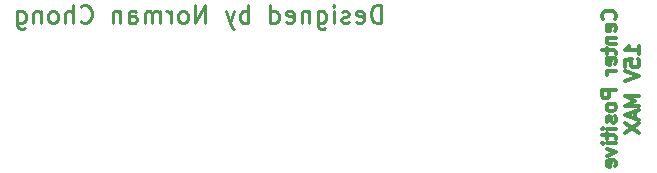
<source format=gbo>
%TF.GenerationSoftware,KiCad,Pcbnew,(after 2015-mar-04 BZR unknown)-product*%
%TF.CreationDate,2015-05-27T15:40:32-04:00*%
%TF.JobID,arduinoquad,61726475696E6F717561642E6B696361,rev?*%
%TF.FileFunction,Legend,Bot*%
%FSLAX46Y46*%
G04 Gerber Fmt 4.6, Leading zero omitted, Abs format (unit mm)*
G04 Created by KiCad (PCBNEW (after 2015-mar-04 BZR unknown)-product) date 27/05/2015 3:40:32 PM*
%MOMM*%
G01*
G04 APERTURE LIST*
%ADD10C,0.100000*%
%ADD11C,0.275000*%
%ADD12C,0.300000*%
G04 APERTURE END LIST*
D10*
D11*
X177642857Y-73428571D02*
X177642857Y-71928571D01*
X177285714Y-71928571D01*
X177071429Y-72000000D01*
X176928571Y-72142857D01*
X176857143Y-72285714D01*
X176785714Y-72571429D01*
X176785714Y-72785714D01*
X176857143Y-73071429D01*
X176928571Y-73214286D01*
X177071429Y-73357143D01*
X177285714Y-73428571D01*
X177642857Y-73428571D01*
X175571429Y-73357143D02*
X175714286Y-73428571D01*
X176000000Y-73428571D01*
X176142857Y-73357143D01*
X176214286Y-73214286D01*
X176214286Y-72642857D01*
X176142857Y-72500000D01*
X176000000Y-72428571D01*
X175714286Y-72428571D01*
X175571429Y-72500000D01*
X175500000Y-72642857D01*
X175500000Y-72785714D01*
X176214286Y-72928571D01*
X174928572Y-73357143D02*
X174785715Y-73428571D01*
X174500000Y-73428571D01*
X174357143Y-73357143D01*
X174285715Y-73214286D01*
X174285715Y-73142857D01*
X174357143Y-73000000D01*
X174500000Y-72928571D01*
X174714286Y-72928571D01*
X174857143Y-72857143D01*
X174928572Y-72714286D01*
X174928572Y-72642857D01*
X174857143Y-72500000D01*
X174714286Y-72428571D01*
X174500000Y-72428571D01*
X174357143Y-72500000D01*
X173642857Y-73428571D02*
X173642857Y-72428571D01*
X173642857Y-71928571D02*
X173714286Y-72000000D01*
X173642857Y-72071429D01*
X173571429Y-72000000D01*
X173642857Y-71928571D01*
X173642857Y-72071429D01*
X172285714Y-72428571D02*
X172285714Y-73642857D01*
X172357143Y-73785714D01*
X172428571Y-73857143D01*
X172571428Y-73928571D01*
X172785714Y-73928571D01*
X172928571Y-73857143D01*
X172285714Y-73357143D02*
X172428571Y-73428571D01*
X172714285Y-73428571D01*
X172857143Y-73357143D01*
X172928571Y-73285714D01*
X173000000Y-73142857D01*
X173000000Y-72714286D01*
X172928571Y-72571429D01*
X172857143Y-72500000D01*
X172714285Y-72428571D01*
X172428571Y-72428571D01*
X172285714Y-72500000D01*
X171571428Y-72428571D02*
X171571428Y-73428571D01*
X171571428Y-72571429D02*
X171500000Y-72500000D01*
X171357142Y-72428571D01*
X171142857Y-72428571D01*
X171000000Y-72500000D01*
X170928571Y-72642857D01*
X170928571Y-73428571D01*
X169642857Y-73357143D02*
X169785714Y-73428571D01*
X170071428Y-73428571D01*
X170214285Y-73357143D01*
X170285714Y-73214286D01*
X170285714Y-72642857D01*
X170214285Y-72500000D01*
X170071428Y-72428571D01*
X169785714Y-72428571D01*
X169642857Y-72500000D01*
X169571428Y-72642857D01*
X169571428Y-72785714D01*
X170285714Y-72928571D01*
X168285714Y-73428571D02*
X168285714Y-71928571D01*
X168285714Y-73357143D02*
X168428571Y-73428571D01*
X168714285Y-73428571D01*
X168857143Y-73357143D01*
X168928571Y-73285714D01*
X169000000Y-73142857D01*
X169000000Y-72714286D01*
X168928571Y-72571429D01*
X168857143Y-72500000D01*
X168714285Y-72428571D01*
X168428571Y-72428571D01*
X168285714Y-72500000D01*
X166428571Y-73428571D02*
X166428571Y-71928571D01*
X166428571Y-72500000D02*
X166285714Y-72428571D01*
X166000000Y-72428571D01*
X165857143Y-72500000D01*
X165785714Y-72571429D01*
X165714285Y-72714286D01*
X165714285Y-73142857D01*
X165785714Y-73285714D01*
X165857143Y-73357143D01*
X166000000Y-73428571D01*
X166285714Y-73428571D01*
X166428571Y-73357143D01*
X165214285Y-72428571D02*
X164857142Y-73428571D01*
X164500000Y-72428571D02*
X164857142Y-73428571D01*
X165000000Y-73785714D01*
X165071428Y-73857143D01*
X165214285Y-73928571D01*
X162785714Y-73428571D02*
X162785714Y-71928571D01*
X161928571Y-73428571D01*
X161928571Y-71928571D01*
X160999999Y-73428571D02*
X161142857Y-73357143D01*
X161214285Y-73285714D01*
X161285714Y-73142857D01*
X161285714Y-72714286D01*
X161214285Y-72571429D01*
X161142857Y-72500000D01*
X160999999Y-72428571D01*
X160785714Y-72428571D01*
X160642857Y-72500000D01*
X160571428Y-72571429D01*
X160499999Y-72714286D01*
X160499999Y-73142857D01*
X160571428Y-73285714D01*
X160642857Y-73357143D01*
X160785714Y-73428571D01*
X160999999Y-73428571D01*
X159857142Y-73428571D02*
X159857142Y-72428571D01*
X159857142Y-72714286D02*
X159785714Y-72571429D01*
X159714285Y-72500000D01*
X159571428Y-72428571D01*
X159428571Y-72428571D01*
X158928571Y-73428571D02*
X158928571Y-72428571D01*
X158928571Y-72571429D02*
X158857143Y-72500000D01*
X158714285Y-72428571D01*
X158500000Y-72428571D01*
X158357143Y-72500000D01*
X158285714Y-72642857D01*
X158285714Y-73428571D01*
X158285714Y-72642857D02*
X158214285Y-72500000D01*
X158071428Y-72428571D01*
X157857143Y-72428571D01*
X157714285Y-72500000D01*
X157642857Y-72642857D01*
X157642857Y-73428571D01*
X156285714Y-73428571D02*
X156285714Y-72642857D01*
X156357143Y-72500000D01*
X156500000Y-72428571D01*
X156785714Y-72428571D01*
X156928571Y-72500000D01*
X156285714Y-73357143D02*
X156428571Y-73428571D01*
X156785714Y-73428571D01*
X156928571Y-73357143D01*
X157000000Y-73214286D01*
X157000000Y-73071429D01*
X156928571Y-72928571D01*
X156785714Y-72857143D01*
X156428571Y-72857143D01*
X156285714Y-72785714D01*
X155571428Y-72428571D02*
X155571428Y-73428571D01*
X155571428Y-72571429D02*
X155500000Y-72500000D01*
X155357142Y-72428571D01*
X155142857Y-72428571D01*
X155000000Y-72500000D01*
X154928571Y-72642857D01*
X154928571Y-73428571D01*
X152214285Y-73285714D02*
X152285714Y-73357143D01*
X152500000Y-73428571D01*
X152642857Y-73428571D01*
X152857142Y-73357143D01*
X153000000Y-73214286D01*
X153071428Y-73071429D01*
X153142857Y-72785714D01*
X153142857Y-72571429D01*
X153071428Y-72285714D01*
X153000000Y-72142857D01*
X152857142Y-72000000D01*
X152642857Y-71928571D01*
X152500000Y-71928571D01*
X152285714Y-72000000D01*
X152214285Y-72071429D01*
X151571428Y-73428571D02*
X151571428Y-71928571D01*
X150928571Y-73428571D02*
X150928571Y-72642857D01*
X151000000Y-72500000D01*
X151142857Y-72428571D01*
X151357142Y-72428571D01*
X151500000Y-72500000D01*
X151571428Y-72571429D01*
X149999999Y-73428571D02*
X150142857Y-73357143D01*
X150214285Y-73285714D01*
X150285714Y-73142857D01*
X150285714Y-72714286D01*
X150214285Y-72571429D01*
X150142857Y-72500000D01*
X149999999Y-72428571D01*
X149785714Y-72428571D01*
X149642857Y-72500000D01*
X149571428Y-72571429D01*
X149499999Y-72714286D01*
X149499999Y-73142857D01*
X149571428Y-73285714D01*
X149642857Y-73357143D01*
X149785714Y-73428571D01*
X149999999Y-73428571D01*
X148857142Y-72428571D02*
X148857142Y-73428571D01*
X148857142Y-72571429D02*
X148785714Y-72500000D01*
X148642856Y-72428571D01*
X148428571Y-72428571D01*
X148285714Y-72500000D01*
X148214285Y-72642857D01*
X148214285Y-73428571D01*
X146857142Y-72428571D02*
X146857142Y-73642857D01*
X146928571Y-73785714D01*
X146999999Y-73857143D01*
X147142856Y-73928571D01*
X147357142Y-73928571D01*
X147499999Y-73857143D01*
X146857142Y-73357143D02*
X146999999Y-73428571D01*
X147285713Y-73428571D01*
X147428571Y-73357143D01*
X147499999Y-73285714D01*
X147571428Y-73142857D01*
X147571428Y-72714286D01*
X147499999Y-72571429D01*
X147428571Y-72500000D01*
X147285713Y-72428571D01*
X146999999Y-72428571D01*
X146857142Y-72500000D01*
D12*
X197438571Y-73114287D02*
X197495714Y-73057144D01*
X197552857Y-72885715D01*
X197552857Y-72771429D01*
X197495714Y-72600001D01*
X197381429Y-72485715D01*
X197267143Y-72428572D01*
X197038571Y-72371429D01*
X196867143Y-72371429D01*
X196638571Y-72428572D01*
X196524286Y-72485715D01*
X196410000Y-72600001D01*
X196352857Y-72771429D01*
X196352857Y-72885715D01*
X196410000Y-73057144D01*
X196467143Y-73114287D01*
X197495714Y-74085715D02*
X197552857Y-73971429D01*
X197552857Y-73742858D01*
X197495714Y-73628572D01*
X197381429Y-73571429D01*
X196924286Y-73571429D01*
X196810000Y-73628572D01*
X196752857Y-73742858D01*
X196752857Y-73971429D01*
X196810000Y-74085715D01*
X196924286Y-74142858D01*
X197038571Y-74142858D01*
X197152857Y-73571429D01*
X196752857Y-74657143D02*
X197552857Y-74657143D01*
X196867143Y-74657143D02*
X196810000Y-74714286D01*
X196752857Y-74828572D01*
X196752857Y-75000000D01*
X196810000Y-75114286D01*
X196924286Y-75171429D01*
X197552857Y-75171429D01*
X196752857Y-75571429D02*
X196752857Y-76028572D01*
X196352857Y-75742857D02*
X197381429Y-75742857D01*
X197495714Y-75800000D01*
X197552857Y-75914286D01*
X197552857Y-76028572D01*
X197495714Y-76885714D02*
X197552857Y-76771428D01*
X197552857Y-76542857D01*
X197495714Y-76428571D01*
X197381429Y-76371428D01*
X196924286Y-76371428D01*
X196810000Y-76428571D01*
X196752857Y-76542857D01*
X196752857Y-76771428D01*
X196810000Y-76885714D01*
X196924286Y-76942857D01*
X197038571Y-76942857D01*
X197152857Y-76371428D01*
X197552857Y-77457142D02*
X196752857Y-77457142D01*
X196981429Y-77457142D02*
X196867143Y-77514285D01*
X196810000Y-77571428D01*
X196752857Y-77685714D01*
X196752857Y-77799999D01*
X197552857Y-79114285D02*
X196352857Y-79114285D01*
X196352857Y-79571428D01*
X196410000Y-79685714D01*
X196467143Y-79742857D01*
X196581429Y-79800000D01*
X196752857Y-79800000D01*
X196867143Y-79742857D01*
X196924286Y-79685714D01*
X196981429Y-79571428D01*
X196981429Y-79114285D01*
X197552857Y-80485714D02*
X197495714Y-80371428D01*
X197438571Y-80314285D01*
X197324286Y-80257142D01*
X196981429Y-80257142D01*
X196867143Y-80314285D01*
X196810000Y-80371428D01*
X196752857Y-80485714D01*
X196752857Y-80657142D01*
X196810000Y-80771428D01*
X196867143Y-80828571D01*
X196981429Y-80885714D01*
X197324286Y-80885714D01*
X197438571Y-80828571D01*
X197495714Y-80771428D01*
X197552857Y-80657142D01*
X197552857Y-80485714D01*
X197495714Y-81342856D02*
X197552857Y-81457142D01*
X197552857Y-81685714D01*
X197495714Y-81799999D01*
X197381429Y-81857142D01*
X197324286Y-81857142D01*
X197210000Y-81799999D01*
X197152857Y-81685714D01*
X197152857Y-81514285D01*
X197095714Y-81399999D01*
X196981429Y-81342856D01*
X196924286Y-81342856D01*
X196810000Y-81399999D01*
X196752857Y-81514285D01*
X196752857Y-81685714D01*
X196810000Y-81799999D01*
X197552857Y-82371428D02*
X196752857Y-82371428D01*
X196352857Y-82371428D02*
X196410000Y-82314285D01*
X196467143Y-82371428D01*
X196410000Y-82428571D01*
X196352857Y-82371428D01*
X196467143Y-82371428D01*
X196752857Y-82771429D02*
X196752857Y-83228572D01*
X196352857Y-82942857D02*
X197381429Y-82942857D01*
X197495714Y-83000000D01*
X197552857Y-83114286D01*
X197552857Y-83228572D01*
X197552857Y-83628571D02*
X196752857Y-83628571D01*
X196352857Y-83628571D02*
X196410000Y-83571428D01*
X196467143Y-83628571D01*
X196410000Y-83685714D01*
X196352857Y-83628571D01*
X196467143Y-83628571D01*
X196752857Y-84085715D02*
X197552857Y-84371429D01*
X196752857Y-84657143D01*
X197495714Y-85571429D02*
X197552857Y-85457143D01*
X197552857Y-85228572D01*
X197495714Y-85114286D01*
X197381429Y-85057143D01*
X196924286Y-85057143D01*
X196810000Y-85114286D01*
X196752857Y-85228572D01*
X196752857Y-85457143D01*
X196810000Y-85571429D01*
X196924286Y-85628572D01*
X197038571Y-85628572D01*
X197152857Y-85057143D01*
X199532857Y-76028572D02*
X199532857Y-75342857D01*
X199532857Y-75685715D02*
X198332857Y-75685715D01*
X198504286Y-75571429D01*
X198618571Y-75457143D01*
X198675714Y-75342857D01*
X198332857Y-77114286D02*
X198332857Y-76542857D01*
X198904286Y-76485714D01*
X198847143Y-76542857D01*
X198790000Y-76657143D01*
X198790000Y-76942857D01*
X198847143Y-77057143D01*
X198904286Y-77114286D01*
X199018571Y-77171429D01*
X199304286Y-77171429D01*
X199418571Y-77114286D01*
X199475714Y-77057143D01*
X199532857Y-76942857D01*
X199532857Y-76657143D01*
X199475714Y-76542857D01*
X199418571Y-76485714D01*
X198332857Y-77514286D02*
X199532857Y-77914286D01*
X198332857Y-78314286D01*
X199532857Y-79628571D02*
X198332857Y-79628571D01*
X199190000Y-80028571D01*
X198332857Y-80428571D01*
X199532857Y-80428571D01*
X199190000Y-80942857D02*
X199190000Y-81514286D01*
X199532857Y-80828572D02*
X198332857Y-81228572D01*
X199532857Y-81628572D01*
X198332857Y-81914286D02*
X199532857Y-82714286D01*
X198332857Y-82714286D02*
X199532857Y-81914286D01*
M02*

</source>
